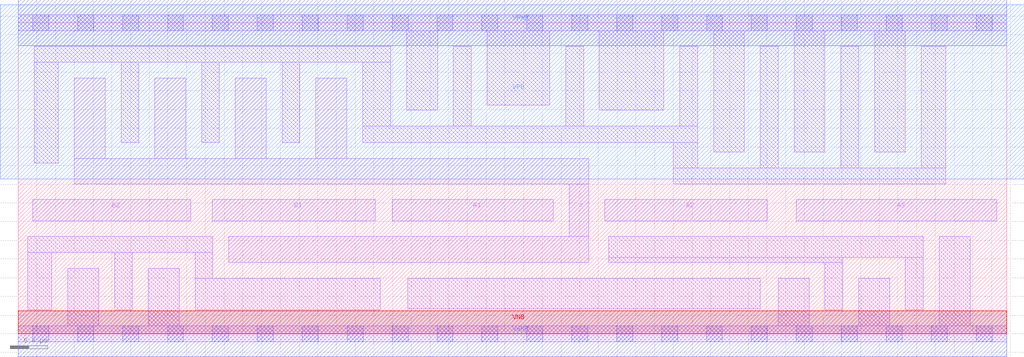
<source format=lef>
# Copyright 2020 The SkyWater PDK Authors
#
# Licensed under the Apache License, Version 2.0 (the "License");
# you may not use this file except in compliance with the License.
# You may obtain a copy of the License at
#
#     https://www.apache.org/licenses/LICENSE-2.0
#
# Unless required by applicable law or agreed to in writing, software
# distributed under the License is distributed on an "AS IS" BASIS,
# WITHOUT WARRANTIES OR CONDITIONS OF ANY KIND, either express or implied.
# See the License for the specific language governing permissions and
# limitations under the License.
#
# SPDX-License-Identifier: Apache-2.0

VERSION 5.7 ;
  NOWIREEXTENSIONATPIN ON ;
  DIVIDERCHAR "/" ;
  BUSBITCHARS "[]" ;
MACRO sky130_fd_sc_lp__a32oi_4
  CLASS CORE ;
  FOREIGN sky130_fd_sc_lp__a32oi_4 ;
  ORIGIN  0.000000  0.000000 ;
  SIZE  10.56000 BY  3.330000 ;
  SYMMETRY X Y R90 ;
  SITE unit ;
  PIN A1
    ANTENNAGATEAREA  1.260000 ;
    DIRECTION INPUT ;
    USE SIGNAL ;
    PORT
      LAYER li1 ;
        RECT 3.995000 1.210000 5.715000 1.435000 ;
    END
  END A1
  PIN A2
    ANTENNAGATEAREA  1.260000 ;
    DIRECTION INPUT ;
    USE SIGNAL ;
    PORT
      LAYER li1 ;
        RECT 6.265000 1.210000 8.005000 1.435000 ;
    END
  END A2
  PIN A3
    ANTENNAGATEAREA  1.260000 ;
    DIRECTION INPUT ;
    USE SIGNAL ;
    PORT
      LAYER li1 ;
        RECT 8.315000 1.210000 10.455000 1.435000 ;
    END
  END A3
  PIN B1
    ANTENNAGATEAREA  1.260000 ;
    DIRECTION INPUT ;
    USE SIGNAL ;
    PORT
      LAYER li1 ;
        RECT 2.075000 1.210000 3.815000 1.435000 ;
    END
  END B1
  PIN B2
    ANTENNAGATEAREA  1.260000 ;
    DIRECTION INPUT ;
    USE SIGNAL ;
    PORT
      LAYER li1 ;
        RECT 0.155000 1.210000 1.845000 1.435000 ;
    END
  END B2
  PIN Y
    ANTENNADIFFAREA  2.352000 ;
    DIRECTION OUTPUT ;
    USE SIGNAL ;
    PORT
      LAYER li1 ;
        RECT 0.600000 1.605000 6.095000 1.875000 ;
        RECT 0.600000 1.875000 0.930000 2.735000 ;
        RECT 1.460000 1.875000 1.790000 2.735000 ;
        RECT 2.250000 0.765000 6.095000 1.040000 ;
        RECT 2.320000 1.875000 2.650000 2.735000 ;
        RECT 3.180000 1.875000 3.510000 2.735000 ;
        RECT 5.885000 1.040000 6.095000 1.605000 ;
    END
  END Y
  PIN VGND
    DIRECTION INOUT ;
    USE GROUND ;
    PORT
      LAYER met1 ;
        RECT 0.000000 -0.245000 10.560000 0.245000 ;
    END
  END VGND
  PIN VNB
    DIRECTION INOUT ;
    USE GROUND ;
    PORT
      LAYER pwell ;
        RECT 0.000000 0.000000 10.560000 0.245000 ;
    END
  END VNB
  PIN VPB
    DIRECTION INOUT ;
    USE POWER ;
    PORT
      LAYER nwell ;
        RECT -0.190000 1.655000 10.750000 3.520000 ;
    END
  END VPB
  PIN VPWR
    DIRECTION INOUT ;
    USE POWER ;
    PORT
      LAYER met1 ;
        RECT 0.000000 3.085000 10.560000 3.575000 ;
    END
  END VPWR
  OBS
    LAYER li1 ;
      RECT 0.000000 -0.085000 10.560000 0.085000 ;
      RECT 0.000000  3.245000 10.560000 3.415000 ;
      RECT 0.100000  0.255000  0.360000 0.870000 ;
      RECT 0.100000  0.870000  2.080000 1.040000 ;
      RECT 0.170000  1.825000  0.430000 2.905000 ;
      RECT 0.170000  2.905000  3.980000 3.075000 ;
      RECT 0.530000  0.085000  0.860000 0.700000 ;
      RECT 1.030000  0.255000  1.220000 0.870000 ;
      RECT 1.100000  2.045000  1.290000 2.905000 ;
      RECT 1.390000  0.085000  1.720000 0.700000 ;
      RECT 1.890000  0.255000  3.870000 0.595000 ;
      RECT 1.890000  0.595000  2.080000 0.870000 ;
      RECT 1.960000  2.045000  2.150000 2.905000 ;
      RECT 2.820000  2.045000  3.010000 2.905000 ;
      RECT 3.680000  2.045000  7.260000 2.225000 ;
      RECT 3.680000  2.225000  3.980000 2.905000 ;
      RECT 4.150000  2.395000  4.480000 3.245000 ;
      RECT 4.160000  0.265000  7.930000 0.595000 ;
      RECT 4.650000  2.225000  4.840000 3.075000 ;
      RECT 5.010000  2.445000  5.680000 3.245000 ;
      RECT 5.850000  2.225000  6.040000 3.075000 ;
      RECT 6.210000  2.395000  6.900000 3.245000 ;
      RECT 6.310000  0.765000  8.810000 0.815000 ;
      RECT 6.310000  0.815000  9.670000 1.040000 ;
      RECT 7.000000  1.605000  9.910000 1.775000 ;
      RECT 7.000000  1.775000  7.260000 2.045000 ;
      RECT 7.070000  2.225000  7.260000 3.075000 ;
      RECT 7.430000  1.945000  7.760000 3.245000 ;
      RECT 7.930000  1.775000  8.120000 3.075000 ;
      RECT 8.120000  0.085000  8.450000 0.595000 ;
      RECT 8.290000  1.945000  8.620000 3.245000 ;
      RECT 8.620000  0.255000  8.810000 0.765000 ;
      RECT 8.790000  1.775000  8.980000 3.075000 ;
      RECT 8.980000  0.085000  9.310000 0.595000 ;
      RECT 9.150000  1.945000  9.480000 3.245000 ;
      RECT 9.480000  0.255000  9.670000 0.815000 ;
      RECT 9.650000  1.775000  9.910000 3.075000 ;
      RECT 9.840000  0.085000 10.170000 1.040000 ;
    LAYER mcon ;
      RECT  0.155000 -0.085000  0.325000 0.085000 ;
      RECT  0.155000  3.245000  0.325000 3.415000 ;
      RECT  0.635000 -0.085000  0.805000 0.085000 ;
      RECT  0.635000  3.245000  0.805000 3.415000 ;
      RECT  1.115000 -0.085000  1.285000 0.085000 ;
      RECT  1.115000  3.245000  1.285000 3.415000 ;
      RECT  1.595000 -0.085000  1.765000 0.085000 ;
      RECT  1.595000  3.245000  1.765000 3.415000 ;
      RECT  2.075000 -0.085000  2.245000 0.085000 ;
      RECT  2.075000  3.245000  2.245000 3.415000 ;
      RECT  2.555000 -0.085000  2.725000 0.085000 ;
      RECT  2.555000  3.245000  2.725000 3.415000 ;
      RECT  3.035000 -0.085000  3.205000 0.085000 ;
      RECT  3.035000  3.245000  3.205000 3.415000 ;
      RECT  3.515000 -0.085000  3.685000 0.085000 ;
      RECT  3.515000  3.245000  3.685000 3.415000 ;
      RECT  3.995000 -0.085000  4.165000 0.085000 ;
      RECT  3.995000  3.245000  4.165000 3.415000 ;
      RECT  4.475000 -0.085000  4.645000 0.085000 ;
      RECT  4.475000  3.245000  4.645000 3.415000 ;
      RECT  4.955000 -0.085000  5.125000 0.085000 ;
      RECT  4.955000  3.245000  5.125000 3.415000 ;
      RECT  5.435000 -0.085000  5.605000 0.085000 ;
      RECT  5.435000  3.245000  5.605000 3.415000 ;
      RECT  5.915000 -0.085000  6.085000 0.085000 ;
      RECT  5.915000  3.245000  6.085000 3.415000 ;
      RECT  6.395000 -0.085000  6.565000 0.085000 ;
      RECT  6.395000  3.245000  6.565000 3.415000 ;
      RECT  6.875000 -0.085000  7.045000 0.085000 ;
      RECT  6.875000  3.245000  7.045000 3.415000 ;
      RECT  7.355000 -0.085000  7.525000 0.085000 ;
      RECT  7.355000  3.245000  7.525000 3.415000 ;
      RECT  7.835000 -0.085000  8.005000 0.085000 ;
      RECT  7.835000  3.245000  8.005000 3.415000 ;
      RECT  8.315000 -0.085000  8.485000 0.085000 ;
      RECT  8.315000  3.245000  8.485000 3.415000 ;
      RECT  8.795000 -0.085000  8.965000 0.085000 ;
      RECT  8.795000  3.245000  8.965000 3.415000 ;
      RECT  9.275000 -0.085000  9.445000 0.085000 ;
      RECT  9.275000  3.245000  9.445000 3.415000 ;
      RECT  9.755000 -0.085000  9.925000 0.085000 ;
      RECT  9.755000  3.245000  9.925000 3.415000 ;
      RECT 10.235000 -0.085000 10.405000 0.085000 ;
      RECT 10.235000  3.245000 10.405000 3.415000 ;
  END
END sky130_fd_sc_lp__a32oi_4
END LIBRARY

</source>
